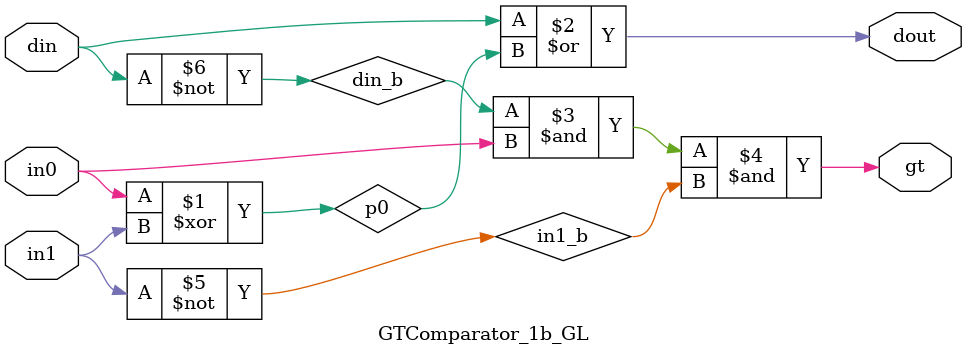
<source format=v>

`ifndef GT_COMPARATOR_GL_V
`define GT_COMPARATOR_GL_V

module GTComparator_1b_GL
(
  (* keep=1 *) input  wire in0,
  (* keep=1 *) input  wire in1,
  (* keep=1 *) input  wire din,
  (* keep=1 *) output wire dout,
  (* keep=1 *) output wire gt
);

  // NOT gates to complement in1 and din

  wire in1_b, din_b;

  not( in1_b, in1 );
  not( din_b, din );

  // Simplified logic for dout

  wire p0;
  xor( p0, in0, in1 );
  or ( dout, din, p0 );

  // Simplified logic for gt

  and( gt, din_b, in0, in1_b );

endmodule

`endif /* GT_COMPARATOR_GL_V */


</source>
